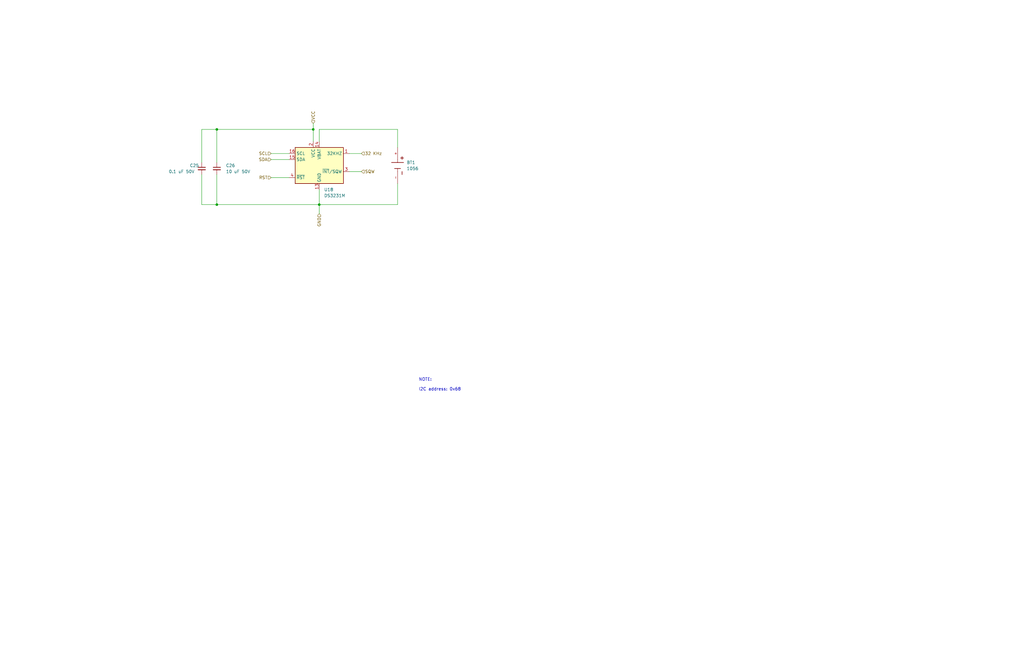
<source format=kicad_sch>
(kicad_sch (version 20211123) (generator eeschema)
  (paper "B")
  (title_block (title "Console-Controller") (date "2022-12-15") (rev "A"))
  (lib_symbols
    (symbol "1056:1056" (pin_names (offset 1.016) hide)
      (property "Reference" "BT" (at -3.81 3.81 0))
      (property "Value" "1056" (at -3.81 -5.08 0))
      (symbol "1056_0_0"
        (polyline (pts (xy -3.81 1.905) (xy -2.54 1.905)) (stroke (width 0.254)))
        (polyline (pts (xy -3.175 2.54) (xy -3.175 1.27)) (stroke (width 0.254)))
        (polyline (pts (xy -1.27 0) (xy -2.54 0)) (stroke (width 0.1524)))
        (polyline (pts (xy -1.27 0) (xy -1.27 -2.54)) (stroke (width 0.254)))
        (polyline (pts (xy -1.27 2.54) (xy -1.27 0)) (stroke (width 0.254)))
        (polyline (pts (xy 1.27 0) (xy 1.27 -1.27)) (stroke (width 0.254)))
        (polyline (pts (xy 1.27 0) (xy 2.54 0)) (stroke (width 0.1524)))
        (polyline (pts (xy 1.27 1.27) (xy 1.27 0)) (stroke (width 0.254)))
        (polyline (pts (xy 3.81 1.905) (xy 2.54 1.905)) (stroke (width 0.254)))
        (pin passive line (at -7.62 0 0) (length 5.08) (name "~") (number "+"))
        (pin passive line (at 7.62 0 180) (length 5.08) (name "~") (number "-"))
      )
    )
    (symbol "Device:C_Small" (pin_numbers hide) (pin_names (offset 0.254) hide)
      (property "Reference" "C" (at 0.254 1.778 0))
      (property "Value" "C_Small" (at 0.254 -2.032 0))
      (symbol "C_Small_0_1"
        (polyline (pts (xy -1.524 -0.508) (xy 1.524 -0.508)) (stroke (width 0.3302)))
        (polyline (pts (xy -1.524 0.508) (xy 1.524 0.508)) (stroke (width 0.3048)))
      )
      (symbol "C_Small_1_1"
        (pin passive line (at 0 2.54 270) (length 2.032) (name "~") (number "1"))
        (pin passive line (at 0 -2.54 90) (length 2.032) (name "~") (number "2"))
      )
    )
    (symbol "Timer_RTC:DS3231M"
      (property "Reference" "U" (at -7.62 8.89 0))
      (property "Value" "DS3231M" (at 10.16 8.89 0))
      (symbol "DS3231M_0_1"
        (rectangle (start -10.16 7.62) (end 10.16 -7.62) (stroke (width 0.254)) (fill (type background)))
      )
      (symbol "DS3231M_1_1"
        (pin open_collector line (at 12.7 5.08 180) (length 2.54) (name "32KHZ") (number "1"))
        (pin passive line (at 0 -10.16 90) (length 2.54) hide (name "GND") (number "10"))
        (pin passive line (at 0 -10.16 90) (length 2.54) hide (name "GND") (number "11"))
        (pin passive line (at 0 -10.16 90) (length 2.54) hide (name "GND") (number "12"))
        (pin power_in line (at 0 -10.16 90) (length 2.54) (name "GND") (number "13"))
        (pin power_in line (at 0 10.16 270) (length 2.54) (name "VBAT") (number "14"))
        (pin bidirectional line (at -12.7 2.54 0) (length 2.54) (name "SDA") (number "15"))
        (pin input line (at -12.7 5.08 0) (length 2.54) (name "SCL") (number "16"))
        (pin power_in line (at -2.54 10.16 270) (length 2.54) (name "VCC") (number "2"))
        (pin open_collector line (at 12.7 -2.54 180) (length 2.54) (name "~{INT}/SQW") (number "3"))
        (pin bidirectional line (at -12.7 -5.08 0) (length 2.54) (name "~{RST}") (number "4"))
        (pin passive line (at 0 -10.16 90) (length 2.54) hide (name "GND") (number "5"))
        (pin passive line (at 0 -10.16 90) (length 2.54) hide (name "GND") (number "6"))
        (pin passive line (at 0 -10.16 90) (length 2.54) hide (name "GND") (number "7"))
        (pin passive line (at 0 -10.16 90) (length 2.54) hide (name "GND") (number "8"))
        (pin passive line (at 0 -10.16 90) (length 2.54) hide (name "GND") (number "9"))
      )
    )
  )
  (junction (at 91.44 54.61))
  (junction (at 132.08 54.61))
  (junction (at 91.44 86.36))
  (junction (at 134.62 86.36))
  (wire (pts (xy 134.62 54.61) (xy 134.62 59.69)))
  (wire (pts (xy 91.44 73.66) (xy 91.44 86.36)))
  (wire (pts (xy 134.62 80.01) (xy 134.62 86.36)))
  (wire (pts (xy 167.64 54.61) (xy 134.62 54.61)))
  (wire (pts (xy 134.62 86.36) (xy 134.62 90.17)))
  (wire (pts (xy 132.08 54.61) (xy 132.08 59.69)))
  (wire (pts (xy 91.44 86.36) (xy 134.62 86.36)))
  (wire (pts (xy 167.64 77.47) (xy 167.64 86.36)))
  (wire (pts (xy 132.08 52.07) (xy 132.08 54.61)))
  (wire (pts (xy 91.44 54.61) (xy 132.08 54.61)))
  (wire (pts (xy 114.3 64.77) (xy 121.92 64.77)))
  (wire (pts (xy 147.32 64.77) (xy 152.4 64.77)))
  (wire (pts (xy 85.09 54.61) (xy 91.44 54.61)))
  (wire (pts (xy 85.09 73.66) (xy 85.09 86.36)))
  (wire (pts (xy 167.64 86.36) (xy 134.62 86.36)))
  (wire (pts (xy 114.3 67.31) (xy 121.92 67.31)))
  (wire (pts (xy 167.64 54.61) (xy 167.64 62.23)))
  (wire (pts (xy 147.32 72.39) (xy 152.4 72.39)))
  (wire (pts (xy 85.09 68.58) (xy 85.09 54.61)))
  (wire (pts (xy 91.44 68.58) (xy 91.44 54.61)))
  (wire (pts (xy 85.09 86.36) (xy 91.44 86.36)))
  (wire (pts (xy 114.3 74.93) (xy 121.92 74.93)))
  (text "NOTE:\n\nI2C address: 0x68" (at 176.53 165.1 0) (effects (font (size 1.27 1.27)) (justify left bottom)))
  (hierarchical_label "SCL" (shape input) (at 114.3 64.77 180))
  (hierarchical_label "32 KHz" (shape input) (at 152.4 64.77 0))
  (hierarchical_label "GND" (shape input) (at 134.62 90.17 270))
  (hierarchical_label "SQW" (shape input) (at 152.4 72.39 0))
  (hierarchical_label "SDA" (shape input) (at 114.3 67.31 180))
  (hierarchical_label "VCC" (shape input) (at 132.08 52.07 90))
  (hierarchical_label "RST" (shape input) (at 114.3 74.93 180))
  (symbol (lib_id "Device:C_Small") (at 85.09 71.12 0) (unit 1)
    (property "Reference" "C25" (at 80.01 69.85 0) (effects (justify left)))
    (property "Value" "0.1 uF 50V" (at 71.12 72.39 0) (effects (justify left)))
    (property "Footprint" "Capacitor_SMD:C_0603_1608Metric_Pad1.08x0.95mm_HandSolder" (effects hide))
    (property "Datasheet" "https://api.kemet.com/component-edge/download/datasheet/C0603C104M5RACTU.pdf" (effects hide))
    (property "Part Number" "C0603C104M5RACTU" (effects hide))
    (property "Supplier" "Digikey" (effects hide))
    (property "Link" "https://www.digikey.com/product-detail/en/kemet/C0603C104M5RACTU/399-7845-1-ND/3471568" (effects hide))
  )
  (symbol (lib_id "1056:1056") (at 167.64 69.85 270) (unit 1)
    (property "Reference" "BT1" (at 171.45 68.5799 90) (effects (justify left)))
    (property "Value" "1056" (at 171.45 71.1199 90) (effects (justify left)))
    (property "Footprint" "BAT_1056" (effects hide))
    (property "MAXIMUM_PACKAGE_HEIGHT" "3.99 mm" (effects hide))
    (property "PARTREV" "C" (effects hide))
    (property "MANUFACTURER" "Keystone Electronics" (effects hide))
    (property "STANDARD" "Manufacturer recommendations" (effects hide))
  )
  (symbol (lib_id "Timer_RTC:DS3231M") (at 134.62 69.85 0) (unit 1)
    (property "Reference" "U18" (at 136.6394 80.01 0) (effects (justify left)))
    (property "Value" "DS3231M" (at 136.6394 82.55 0) (effects (justify left)))
    (property "Footprint" "Package_SO:SOIC-16W_7.5x10.3mm_P1.27mm" (effects hide))
    (property "Datasheet" "http://datasheets.maximintegrated.com/en/ds/DS3231.pdf" (effects hide))
  )
  (symbol (lib_id "Device:C_Small") (at 91.44 71.12 0) (unit 1)
    (property "Reference" "C26" (at 95.25 69.85 0) (effects (justify left)))
    (property "Value" "10 uF 50V" (at 95.25 72.39 0) (effects (justify left)))
    (property "Footprint" "Capacitor_SMD:C_0603_1608Metric_Pad1.08x0.95mm_HandSolder" (effects hide))
    (property "Datasheet" "https://api.kemet.com/component-edge/download/datasheet/C0603C104M5RACTU.pdf" (effects hide))
    (property "Part Number" "C0603C104M5RACTU" (effects hide))
    (property "Supplier" "Digikey" (effects hide))
    (property "Link" "https://www.digikey.com/product-detail/en/kemet/C0603C104M5RACTU/399-7845-1-ND/3471568" (effects hide))
  )
)
</source>
